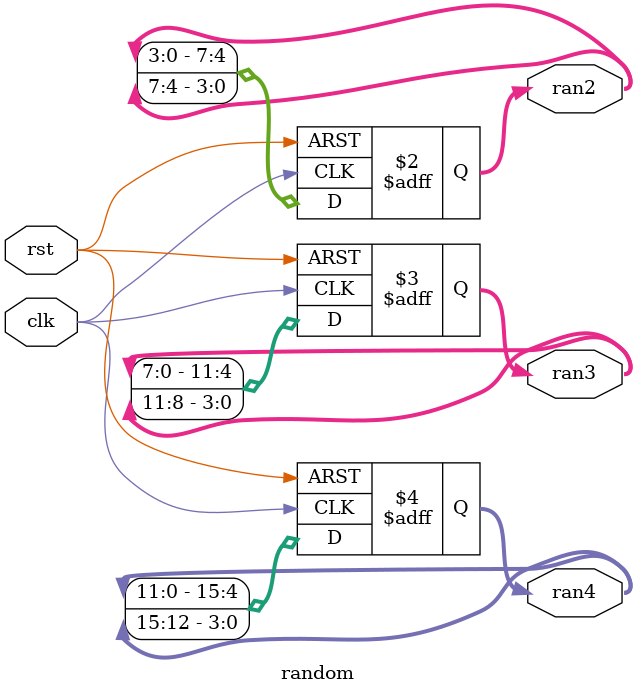
<source format=v>
module game(rst,clk,keyin,step,score,s15,s14,s13,s12,s11,s10,s9,s8,s7,s6,s5,s4,s3,s2,s1,s0);
	input rst,clk;
	input [3:0] keyin;
	output reg [7:0] step;
	output reg [7:0] score;
	reg [1:0] state;
	output reg [3:0] s15,s14,s13,s12,s11,s10,s9,s8,s7,s6,s5,s4,s3,s2,s1,s0;
		
	wire [3:0] u15,u14,u13,u12,u11,u10,u9,u8,u7,u6,u5,u4,u3,u2,u1,u0;
	wire [3:0] d15,d14,d13,d12,d11,d10,d9,d8,d7,d6,d5,d4,d3,d2,d1,d0;
	wire [3:0] l15,l14,l13,l12,l11,l10,l9,l8,l7,l6,l5,l4,l3,l2,l1,l0;
	wire [3:0] r15,r14,r13,r12,r11,r10,r9,r8,r7,r6,r5,r4,r3,r2,r1,r0;
	wire [3:0] gu3,gu2,gu1,gu0,gd15,gd14,gd13,gd12,gl12,gl8,gl4,gl0,gr15,gr11,gr7,gr3;
	
	move mu3(s3,s7,s11,s15,u3,u7,u11,u15);
	move mu2(s2,s6,s10,s14,u2,u6,u10,u14);
	move mu1(s1,s5,s9,s13,u1,u5,u9,u13);
	move mu0(s0,s4,s8,s12,u0,u4,u8,u12);
	move md3(s15,s11,s7,s3,d15,d11,d7,d3);
	move md2(s14,s10,s6,s2,d14,d10,d6,d2);
	move md1(s13,s9,s5,s1,d13,d9,d5,d1);
	move md0(s12,s8,s4,s0,d12,d8,d4,d0);
	move ml3(s12,s13,s14,s15,l12,l13,l14,l15);
	move ml2(s8,s9,s10,s11,l8,l9,l10,l11);
	move ml1(s4,s5,s6,s7,l4,l5,l6,l7);
	move ml0(s0,s1,s2,s3,l0,l1,l2,l3);
	move mr3(s15,s14,s13,s12,r15,r14,r13,r12);
	move mr2(s11,s10,s9,s8,r11,r10,r9,r8);
	move mr1(s7,s6,s5,s4,r7,r6,r5,r4);
	move mr0(s3,s2,s1,s0,r3,r2,r1,r0);
	gen gu(rst,clk,s3,s2,s1,s0,gu3,gu2,gu1,gu0);
	gen gd(rst,clk,s15,s14,s13,s12,gd15,gd14,gd13,gd12);
	gen gl(rst,clk,s12,s8,s4,s0,gl12,gl8,gl4,gl0);
	gen gr(rst,clk,s15,s11,s7,s3,gr15,gr11,gr7,gr3);
	
	always @(posedge rst or posedge clk) begin
		if(rst) begin
			s15 <= 4'h0;s14 <= 4'h2;s13 <= 4'h0;s12 <= 4'h0;
			s11 <= 4'h0;s10 <= 4'h1;s9 <= 4'h0;s8 <= 4'h0;
			s7 <= 4'h0;s6 <= 4'h0;s5 <= 4'h2;s4 <= 4'h1;
			s3 <= 4'h2;s2 <= 4'h1;s1 <= 4'h1;s0 <= 4'h0;
			step <= 0;score <= 0;state <= 0;
		end else begin
			case(state)
				2'b00 : begin
					case(keyin)
						4'b0000 : begin {s15,s14,s13,s12,s11,s10,s9,s8,s7,s6,s5,s4,s3,s2,s1,s0} <= {s15,s14,s13,s12,s11,s10,s9,s8,s7,s6,s5,s4,s3,s2,s1,s0};step <= step;score <= score;state <= 0;end
						4'b1000 : begin {s15,s14,s13,s12,s11,s10,s9,s8,s7,s6,s5,s4,s3,s2,s1,s0} <= {u15,u14,u13,u12,u11,u10,u9,u8,u7,u6,u5,u4,u3,u2,u1,u0};step <= step;score <= score;state <= 1;end
						4'b0100 : begin {s15,s14,s13,s12,s11,s10,s9,s8,s7,s6,s5,s4,s3,s2,s1,s0} <= {d15,d14,d13,d12,d11,d10,d9,d8,d7,d6,d5,d4,d3,d2,d1,d0};step <= step;score <= score;state <= 1;end
						4'b0010 : begin {s15,s14,s13,s12,s11,s10,s9,s8,s7,s6,s5,s4,s3,s2,s1,s0} <= {l15,l14,l13,l12,l11,l10,l9,l8,l7,l6,l5,l4,l3,l2,l1,l0};step <= step;score <= score;state <= 1;end
						4'b0001 : begin {s15,s14,s13,s12,s11,s10,s9,s8,s7,s6,s5,s4,s3,s2,s1,s0} <= {r15,r14,r13,r12,r11,r10,r9,r8,r7,r6,r5,r4,r3,r2,r1,r0};step <= step;score <= score;state <= 1;end
						default : begin {s15,s14,s13,s12,s11,s10,s9,s8,s7,s6,s5,s4,s3,s2,s1,s0} <= {s15,s14,s13,s12,s11,s10,s9,s8,s7,s6,s5,s4,s3,s2,s1,s0};step <= step;score <= score;state <= 0;end
					endcase
				end
				2'b01 : begin
					case(keyin)
						4'b1000 : begin {s15,s14,s13,s12,s11,s10,s9,s8,s7,s6,s5,s4,s3,s2,s1,s0} <= {s15,s14,s13,s12,s11,s10,s9,s8,s7,s6,s5,s4,gu3,gu2,gu1,gu0};step <= step;score <= score;state <= 2;end
						4'b0100 : begin {s15,s14,s13,s12,s11,s10,s9,s8,s7,s6,s5,s4,s3,s2,s1,s0} <= {gd15,gd14,gd13,gd12,s11,s10,s9,s8,s7,s6,s5,s4,s3,s2,s1,s0};step <= step;score <= score;state <= 2;end
						4'b0010 : begin {s15,s14,s13,s12,s11,s10,s9,s8,s7,s6,s5,s4,s3,s2,s1,s0} <= {s15,s14,s13,gl12,s11,s10,s9,gl8,s7,s6,s5,gl4,s3,s2,s1,gl0};step <= step;score <= score;state <= 2;end
						4'b0001 : begin {s15,s14,s13,s12,s11,s10,s9,s8,s7,s6,s5,s4,s3,s2,s1,s0} <= {gr15,s14,s13,s12,gr11,s10,s9,s8,gr7,s6,s5,s4,gr3,s2,s1,s0};step <= step;score <= score;state <= 2;end
						default : begin {s15,s14,s13,s12,s11,s10,s9,s8,s7,s6,s5,s4,s3,s2,s1,s0} <= {s15,s14,s13,s12,s11,s10,s9,s8,s7,s6,s5,s4,s3,s2,s1,s0};step <= step;score <= score;state <= 0;end
					endcase
				end
				2'b10 : begin
					{s15,s14,s13,s12,s11,s10,s9,s8,s7,s6,s5,s4,s3,s2,s1,s0} <= {s15,s14,s13,s12,s11,s10,s9,s8,s7,s6,s5,s4,s3,s2,s1,s0};
					score <= s15 + s14 + s13 + s12 + s11 + s10 + s9 + s8 + s7 + s6 + s5 + s4 + s3 + s2 + s1 + s0;
					if((s15!=0)&&(s14!=0)&&(s13!=0)&&(s12!=0)&&(s11!=0)&&(s10!=0)&&(s9!=0)&&(s8!=0)&&(s7!=0)&&(s6!=0)&&(s5!=0)&&(s4!=0)&&(s3!=0)&&(s2!=0)&&(s1!=0)&&(s0!=0))
						begin step <= step;state <= 3;end
					else if(keyin == 4'b0000) begin step <= step + 1;state <= 0;end
				end
				2'b11 : begin
					{s15,s14,s13,s12,s11,s10,s9,s8,s7,s6,s5,s4,s3,s2,s1,s0} <= {s15,s14,s13,s12,s11,s10,s9,s8,s7,s6,s5,s4,s3,s2,s1,s0};
					step <= step;score <= score;state <= 3;
				end
				default : begin
					{s15,s14,s13,s12,s11,s10,s9,s8,s7,s6,s5,s4,s3,s2,s1,s0} <= {s15,s14,s13,s12,s11,s10,s9,s8,s7,s6,s5,s4,s3,s2,s1,s0};
					step <= step;score <= score;state <= 0;
				end
			endcase
		end
	end
endmodule

module seg(din,dout);
    input [7:0] din;
    output reg [0:287] dout;
    
    always @(din) begin
        case(din)
        4'h0 : dout <= 288'h00_00_00_00_00_00_00_00_03_02_03_00_00_00_00_00_00_00_00_00_00_00_00_00_00_00_e0_20_e0_00_00_00_00_00_00_00;
        8'h01 : dout <= 288'h00_00_00_00_00_00_00_00_00_03_00_00_00_00_00_00_00_00_00_00_00_00_00_00_00_00_00_e0_00_00_00_00_00_00_00_00;
        8'h02 : dout <= 288'h00_00_00_00_00_00_00_00_02_02_03_00_00_00_00_00_00_00_00_00_00_00_00_00_00_00_e0_a0_a0_00_00_00_00_00_00_00;
        8'h04 : dout <= 288'h00_00_00_00_00_00_00_00_03_00_03_00_00_00_00_00_00_00_00_00_00_00_00_00_00_00_80_80_e0_00_00_00_00_00_00_00;
        8'h08 : dout <= 288'h00_00_00_00_00_00_00_00_03_02_03_00_00_00_00_00_00_00_00_00_00_00_00_00_00_00_e0_a0_e0_00_00_00_00_00_00_00;
        8'h10 : dout <= 288'h00_00_00_00_00_00_00_03_00_00_03_02_02_00_00_00_00_00_00_00_00_00_00_00_00_e0_00_00_e0_a0_e0_00_00_00_00_00;
        8'h20 : dout <= 288'h00_00_00_00_00_00_02_02_03_00_02_02_03_00_00_00_00_00_00_00_00_00_00_00_a0_a0_e0_00_e0_a0_a0_00_00_00_00_00;
        8'h40 : dout <= 288'h00_00_00_00_00_00_03_02_02_00_03_00_03_00_00_00_00_00_00_00_00_00_00_00_e0_a0_e0_00_80_80_e0_00_00_00_00_00;
        8'h80 : dout <= 288'h00_00_00_00_00_03_00_00_02_02_03_00_03_02_03_00_00_00_00_00_00_00_00_e0_00_00_e0_a0_a0_00_e0_a0_e0_00_00_00;
        default : dout<=288'h00_00_00_00_00_00_00_00_00_00_00_00_00_00_00_00_00_00_00_00_00_00_00_00_00_00_00_00_00_00_00_00_00_00_00_00;
        endcase
    end
endmodule

module move(i3,i2,i1,i0,o3,o2,o1,o0);
	input [3:0] i3,i2,i1,i0;
	output reg [3:0] o3,o2,o1,o0;
	
	wire f3,f2,f1,f0;
	assign f3=(i3!=0);
	assign f2=(i2!=0);
	assign f1=(i1!=0);
	assign f0=(i0!=0);
	
	always @(i3 or i2 or i1 or i0 or f3 or f2 or f1 or f0) begin
		case({f3,f2,f1,f0})
			4'b0000 : {o3,o2,o1,o0} <= {4'h0,4'h0,4'h0,4'h0};
			4'b0001 : {o3,o2,o1,o0} <= {4'h0,4'h0,4'h0,i0};
			4'b0010 : {o3,o2,o1,o0} <= {4'h0,4'h0,4'h0,i1};
			4'b0011 : if(i1!=i0) {o3,o2,o1,o0} <= {4'h0,4'h0,i1,i0};
			          else {o3,o2,o1,o0} <= {4'h0,4'h0,4'h0,i0+1};
			4'b0100 : {o3,o2,o1,o0} <= {4'h0,4'h0,4'h0,i2};
			4'b0101 : if(i2!=i0) {o3,o2,o1,o0} <= {4'h0,4'h0,i2,i0};
			          else {o3,o2,o1,o0} <= {4'h0,4'h0,4'h0,i0+1};
			4'b0110 : if(i2!=i1) {o3,o2,o1,o0} <= {4'h0,4'h0,i2,i1};
			          else {o3,o2,o1,o0} <= {4'h0,4'h0,4'h0,i1+1};
			4'b0111 : if(i2!=i1 && i1!=i0) {o3,o2,o1,o0} <= {4'h0,i2,i1,i0};
			          else if(i1==i0) {o3,o2,o1,o0} <= {4'h0,4'h0,i2,i0+1};
			          else {o3,o2,o1,o0} <= {4'h0,4'h0,i1+1,i0};
			4'b1000 : {o3,o2,o1,o0} <= {4'h0,4'h0,4'h0,i3};
			4'b1001 : if(i3!=i0) {o3,o2,o1,o0} <= {4'h0,4'h0,i3,i0};
			          else {o3,o2,o1,o0} <= {4'h0,4'h0,4'h0,i0+1};
			4'b1010 : if(i3!=i1) {o3,o2,o1,o0} <= {4'h0,4'h0,i3,i1};
			          else {o3,o2,o1,o0} <= {4'h0,4'h0,4'h0,i1+1};
			4'b1011 : if(i3!=i1 && i1!=i0) {o3,o2,o1,o0} <= {4'h0,i3,i1,i0};
			          else if(i1==i0) {o3,o2,o1,o0} <= {4'h0,4'h0,i3,i0+1};
			          else {o3,o2,o1,o0} <= {4'h0,4'h0,i1+1,i0};
			4'b1100 : if(i3!=i2) {o3,o2,o1,o0} <= {4'h0,4'h0,i3,i2};
			          else {o3,o2,o1,o0} <= {4'h0,4'h0,4'h0,i2+1};
			4'b1101 : if(i3!=i2 && i2!=i0) {o3,o2,o1,o0} <= {4'h0,i3,i2,i0};
			          else if(i2==i0) {o3,o2,o1,o0} <= {4'h0,4'h0,i3,i0+1};
			          else {o3,o2,o1,o0} <= {4'h0,4'h0,i2+1,i0};
			4'b1110 : if(i3!=i2 && i2!=i1) {o3,o2,o1,o0} <= {4'h0,i3,i2,i1};
			          else if(i2==i1) {o3,o2,o1,o0} <= {4'h0,4'h0,i3,i1+1};
			          else {o3,o2,o1,o0} <= {4'h0,4'h0,i2+1,i1};
			4'b1111 : if(i3!=i2 && i2!=i1 && i1!=i0) {o3,o2,o1,o0} <= {i3,i2,i1,i0};
			          else if(i3==i2 && i1==i0) {o3,o2,o1,o0} <= {4'h0,4'h0,i2+1,i0+1};
			          else if(i1==i0) {o3,o2,o1,o0} <= {4'h0,i3,i2,i0+1};
			          else if(i2==i1) {o3,o2,o1,o0} <= {4'h0,i3,i1+1,i0};
			          else {o3,o2,o1,o0} <= {4'h0,i2+1,i1,i0};
			default : {o3,o2,o1,o0} <= {4'h0,4'h0,4'h0,4'h0};
		endcase
	end
endmodule

module gen(rst,clk,i3,i2,i1,i0,o3,o2,o1,o0);
    input rst,clk;
    input [3:0] i3,i2,i1,i0;
    output reg [3:0] o3,o2,o1,o0;
  
	wire f3,f2,f1,f0;
	assign f3=(i3!=4'h0);
	assign f2=(i2!=4'h0);
	assign f1=(i1!=4'h0);
	assign f0=(i0!=4'h0);
	
    wire [7:0] ran2;
    wire [11:0] ran3;
    wire [15:0] ran4;
  
	random ran(rst,clk,ran2,ran3,ran4);
  
    always @(i3 or i2 or i1 or i0 or f3 or f2 or f1 or f0) begin
		case({f3,f2,f1,f0})
			4'b0000 : {o3,o2,o1,o0} <= {ran4};
			4'b0001 : {o3,o2,o1,o0} <= {ran3,i0};
			4'b0010 : {o3,o2,o1,o0} <= {ran3[11:8],ran3[7:4],i1,ran3[3:0]};
			4'b0011 : {o3,o2,o1,o0} <= {ran2[7:4],ran2[3:0],i1,i0};
			4'b0100 : {o3,o2,o1,o0} <= {ran3[11:8],i2,ran3[7:4],ran3[3:0]};
			4'b0101 : {o3,o2,o1,o0} <= {ran2[8:4],i2,ran2[3:0],i0};
			4'b0110 : {o3,o2,o1,o0} <= {ran2[7:4],i2,i1,ran2[3:0]};
			4'b0111 : {o3,o2,o1,o0} <= {4'h1,i2,i1,i0};
			4'b1000 : {o3,o2,o1,o0} <= {i3,ran3};
			4'b1001 : {o3,o2,o1,o0} <= {i3,ran2[7:4],ran2[3:0],i0};
			4'b1010 : {o3,o2,o1,o0} <= {i3,ran2[7:4],i1,ran2[3:0]};
			4'b1011 : {o3,o2,o1,o0} <= {i3,4'h1,i1,i0};
			4'b1100 : {o3,o2,o1,o0} <= {i3,i2,ran2[7:4],ran2[3:0]};
			4'b1101 : {o3,o2,o1,o0} <= {i3,i2,4'h1,i0};
			4'b1110 : {o3,o2,o1,o0} <= {i3,i2,i1,4'h1};
			4'b1111 : {o3,o2,o1,o0} <= {i3,i2,i1,i0};
			default : {o3,o2,o1,o0} <= {i3,i2,i1,i0};
		endcase
	end
endmodule

module random(rst,clk,ran2,ran3,ran4);
    input rst,clk;
    output reg [7:0] ran2;
    output reg [11:0] ran3;
    output reg [15:0] ran4;
  
    always @(posedge rst or posedge clk) begin
		if(rst) begin
		  ran2 <= 8'h01;ran3 <= 12'h001;ran4 <= 16'h0001;
		end else begin
		  ran2 <= {ran2[3:0],ran2[7:4]};
		  ran3 <= {ran3[7:0],ran3[11:8]};
		  ran4 <= {ran4[11:0],ran4[15:12]};
		end
	end
endmodule

</source>
